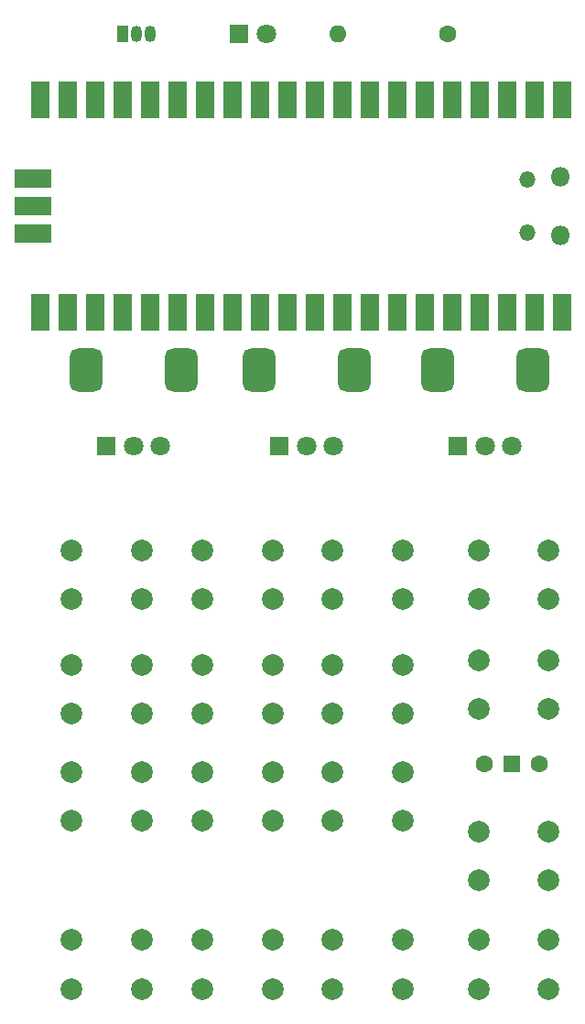
<source format=gbs>
G04 #@! TF.GenerationSoftware,KiCad,Pcbnew,8.0.4*
G04 #@! TF.CreationDate,2024-08-21T22:32:05+02:00*
G04 #@! TF.ProjectId,pixxy,70697878-792e-46b6-9963-61645f706362,rev?*
G04 #@! TF.SameCoordinates,Original*
G04 #@! TF.FileFunction,Soldermask,Bot*
G04 #@! TF.FilePolarity,Negative*
%FSLAX46Y46*%
G04 Gerber Fmt 4.6, Leading zero omitted, Abs format (unit mm)*
G04 Created by KiCad (PCBNEW 8.0.4) date 2024-08-21 22:32:05*
%MOMM*%
%LPD*%
G01*
G04 APERTURE LIST*
G04 Aperture macros list*
%AMRoundRect*
0 Rectangle with rounded corners*
0 $1 Rounding radius*
0 $2 $3 $4 $5 $6 $7 $8 $9 X,Y pos of 4 corners*
0 Add a 4 corners polygon primitive as box body*
4,1,4,$2,$3,$4,$5,$6,$7,$8,$9,$2,$3,0*
0 Add four circle primitives for the rounded corners*
1,1,$1+$1,$2,$3*
1,1,$1+$1,$4,$5*
1,1,$1+$1,$6,$7*
1,1,$1+$1,$8,$9*
0 Add four rect primitives between the rounded corners*
20,1,$1+$1,$2,$3,$4,$5,0*
20,1,$1+$1,$4,$5,$6,$7,0*
20,1,$1+$1,$6,$7,$8,$9,0*
20,1,$1+$1,$8,$9,$2,$3,0*%
G04 Aperture macros list end*
%ADD10R,1.800000X1.800000*%
%ADD11C,1.800000*%
%ADD12RoundRect,0.750000X0.750000X-1.250000X0.750000X1.250000X-0.750000X1.250000X-0.750000X-1.250000X0*%
%ADD13C,2.000000*%
%ADD14R,1.500000X1.500000*%
%ADD15C,1.600000*%
%ADD16R,1.050000X1.500000*%
%ADD17O,1.050000X1.500000*%
%ADD18O,1.600000X1.600000*%
%ADD19O,1.800000X1.800000*%
%ADD20O,1.500000X1.500000*%
%ADD21R,1.700000X3.500000*%
%ADD22R,3.500000X1.700000*%
G04 APERTURE END LIST*
D10*
X83000000Y-76550000D03*
D11*
X85500000Y-76550000D03*
X88000000Y-76550000D03*
D12*
X81100000Y-69550000D03*
X89900000Y-69550000D03*
D13*
X59400000Y-86250000D03*
X65900000Y-86250000D03*
X59400000Y-90750000D03*
X65900000Y-90750000D03*
X47250000Y-96800000D03*
X53750000Y-96800000D03*
X47250000Y-101300000D03*
X53750000Y-101300000D03*
D14*
X88000000Y-106000000D03*
D15*
X85460000Y-106000000D03*
X90540000Y-106000000D03*
D13*
X59400000Y-96800000D03*
X65900000Y-96800000D03*
X59400000Y-101300000D03*
X65900000Y-101300000D03*
X84900000Y-112250000D03*
X91400000Y-112250000D03*
X84900000Y-116750000D03*
X91400000Y-116750000D03*
D16*
X52000000Y-38500000D03*
D17*
X53270000Y-38500000D03*
X54540000Y-38500000D03*
D10*
X66500000Y-76550000D03*
D11*
X69000000Y-76550000D03*
X71500000Y-76550000D03*
D12*
X64600000Y-69550000D03*
X73400000Y-69550000D03*
D13*
X84900000Y-86250000D03*
X91400000Y-86250000D03*
X84900000Y-90750000D03*
X91400000Y-90750000D03*
D10*
X62725000Y-38500000D03*
D11*
X65265000Y-38500000D03*
D13*
X71400000Y-122250000D03*
X77900000Y-122250000D03*
X71400000Y-126750000D03*
X77900000Y-126750000D03*
X47250000Y-86250000D03*
X53750000Y-86250000D03*
X47250000Y-90750000D03*
X53750000Y-90750000D03*
X71400000Y-86250000D03*
X77900000Y-86250000D03*
X71400000Y-90750000D03*
X77900000Y-90750000D03*
X59400000Y-106750000D03*
X65900000Y-106750000D03*
X59400000Y-111250000D03*
X65900000Y-111250000D03*
X71400000Y-106750000D03*
X77900000Y-106750000D03*
X71400000Y-111250000D03*
X77900000Y-111250000D03*
X84900000Y-122250000D03*
X91400000Y-122250000D03*
X84900000Y-126750000D03*
X91400000Y-126750000D03*
D10*
X50500000Y-76550000D03*
D11*
X53000000Y-76550000D03*
X55500000Y-76550000D03*
D12*
X48600000Y-69550000D03*
X57400000Y-69550000D03*
D13*
X47250000Y-122250000D03*
X53750000Y-122250000D03*
X47250000Y-126750000D03*
X53750000Y-126750000D03*
X84900000Y-96400000D03*
X91400000Y-96400000D03*
X84900000Y-100900000D03*
X91400000Y-100900000D03*
X71400000Y-96800000D03*
X77900000Y-96800000D03*
X71400000Y-101300000D03*
X77900000Y-101300000D03*
X59400000Y-122250000D03*
X65900000Y-122250000D03*
X59400000Y-126750000D03*
X65900000Y-126750000D03*
D15*
X82080000Y-38500000D03*
D18*
X71920000Y-38500000D03*
D13*
X47250000Y-106750000D03*
X53750000Y-106750000D03*
X47250000Y-111250000D03*
X53750000Y-111250000D03*
D19*
X92500000Y-57115000D03*
D20*
X89470000Y-56815000D03*
X89470000Y-51965000D03*
D19*
X92500000Y-51665000D03*
D21*
X92630000Y-64180000D03*
X90090000Y-64180000D03*
X87550000Y-64180000D03*
X85010000Y-64180000D03*
X82470000Y-64180000D03*
X79930000Y-64180000D03*
X77390000Y-64180000D03*
X74850000Y-64180000D03*
X72310000Y-64180000D03*
X69770000Y-64180000D03*
X67230000Y-64180000D03*
X64690000Y-64180000D03*
X62150000Y-64180000D03*
X59610000Y-64180000D03*
X57070000Y-64180000D03*
X54530000Y-64180000D03*
X51990000Y-64180000D03*
X49450000Y-64180000D03*
X46910000Y-64180000D03*
X44370000Y-64180000D03*
X44370000Y-44600000D03*
X46910000Y-44600000D03*
X49450000Y-44600000D03*
X51990000Y-44600000D03*
X54530000Y-44600000D03*
X57070000Y-44600000D03*
X59610000Y-44600000D03*
X62150000Y-44600000D03*
X64690000Y-44600000D03*
X67230000Y-44600000D03*
X69770000Y-44600000D03*
X72310000Y-44600000D03*
X74850000Y-44600000D03*
X77390000Y-44600000D03*
X79930000Y-44600000D03*
X82470000Y-44600000D03*
X85010000Y-44600000D03*
X87550000Y-44600000D03*
X90090000Y-44600000D03*
X92630000Y-44600000D03*
D22*
X43700000Y-56930000D03*
X43700000Y-54390000D03*
X43700000Y-51850000D03*
M02*

</source>
